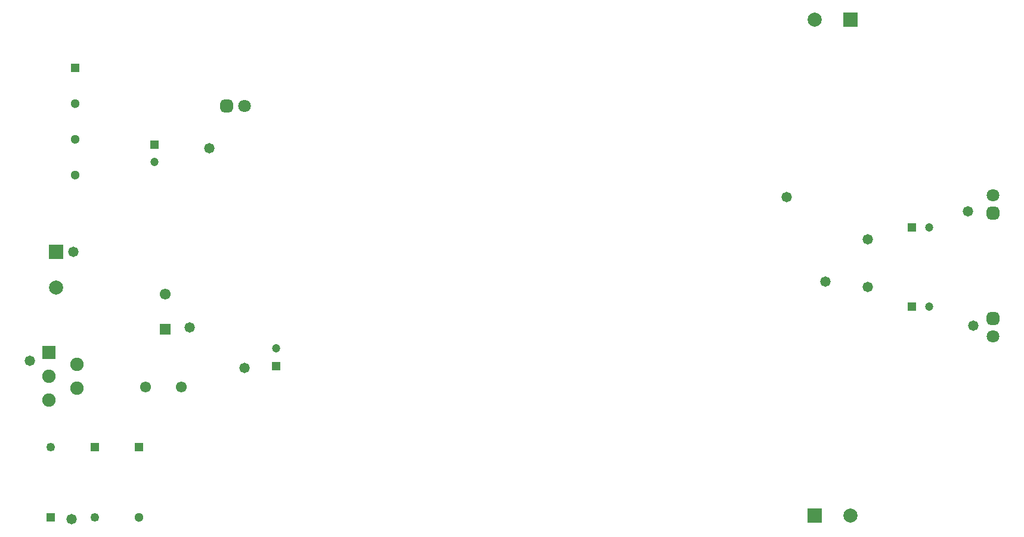
<source format=gbr>
%TF.GenerationSoftware,Altium Limited,Altium Designer,25.2.1 (25)*%
G04 Layer_Color=8388736*
%FSLAX45Y45*%
%MOMM*%
%TF.SameCoordinates,33AE00C6-E728-4630-B133-C83FF553AC26*%
%TF.FilePolarity,Negative*%
%TF.FileFunction,Soldermask,Top*%
%TF.Part,Single*%
G01*
G75*
%TA.AperFunction,ComponentPad*%
%ADD13R,1.20000X1.20000*%
%ADD14C,1.20000*%
%ADD23C,1.25000*%
%ADD24R,1.25000X1.25000*%
%ADD25R,1.20000X1.20000*%
%ADD26C,1.30000*%
%ADD27R,1.30000X1.30000*%
%ADD28R,1.30000X1.30000*%
%ADD29C,1.55000*%
%ADD30R,1.55000X1.55000*%
%ADD38C,1.55320*%
%ADD39C,1.90320*%
%ADD40R,1.90320X1.90320*%
%ADD41C,1.80320*%
G04:AMPARAMS|DCode=42|XSize=1.8032mm|YSize=1.8032mm|CornerRadius=0.5016mm|HoleSize=0mm|Usage=FLASHONLY|Rotation=0.000|XOffset=0mm|YOffset=0mm|HoleType=Round|Shape=RoundedRectangle|*
%AMROUNDEDRECTD42*
21,1,1.80320,0.80000,0,0,0.0*
21,1,0.80000,1.80320,0,0,0.0*
1,1,1.00320,0.40000,-0.40000*
1,1,1.00320,-0.40000,-0.40000*
1,1,1.00320,-0.40000,0.40000*
1,1,1.00320,0.40000,0.40000*
%
%ADD42ROUNDEDRECTD42*%
G04:AMPARAMS|DCode=43|XSize=1.8032mm|YSize=1.8032mm|CornerRadius=0.5016mm|HoleSize=0mm|Usage=FLASHONLY|Rotation=90.000|XOffset=0mm|YOffset=0mm|HoleType=Round|Shape=RoundedRectangle|*
%AMROUNDEDRECTD43*
21,1,1.80320,0.80000,0,0,90.0*
21,1,0.80000,1.80320,0,0,90.0*
1,1,1.00320,0.40000,0.40000*
1,1,1.00320,0.40000,-0.40000*
1,1,1.00320,-0.40000,-0.40000*
1,1,1.00320,-0.40000,0.40000*
%
%ADD43ROUNDEDRECTD43*%
%ADD44C,2.00320*%
%ADD45R,2.00320X2.00320*%
%ADD46R,2.00320X2.00320*%
%TA.AperFunction,ViaPad*%
%ADD47C,1.47320*%
D13*
X1950000Y5750000D02*
D03*
X3675000Y2600000D02*
D03*
D14*
X1950000Y5500000D02*
D03*
X12950000Y3450000D02*
D03*
Y4575000D02*
D03*
X3675000Y2850000D02*
D03*
D23*
X1100000Y450000D02*
D03*
X475000Y1450000D02*
D03*
D24*
X1100000D02*
D03*
X475000Y450000D02*
D03*
D25*
X12700000Y3450000D02*
D03*
Y4575000D02*
D03*
D26*
X825000Y5317000D02*
D03*
Y5825000D02*
D03*
Y6333000D02*
D03*
X1725000Y450000D02*
D03*
D27*
X825000Y6841000D02*
D03*
D28*
X1725000Y1450000D02*
D03*
D29*
X2100000Y3625000D02*
D03*
D30*
Y3125000D02*
D03*
D38*
X2325000Y2300000D02*
D03*
X1825000D02*
D03*
D39*
X450000Y2115000D02*
D03*
X850000Y2285000D02*
D03*
X450000Y2455000D02*
D03*
X850000Y2625000D02*
D03*
D40*
X450000Y2795000D02*
D03*
D41*
X3225000Y6300000D02*
D03*
X13850000Y5027000D02*
D03*
Y3023000D02*
D03*
D42*
X2971000Y6300000D02*
D03*
D43*
X13850000Y4773000D02*
D03*
Y3277000D02*
D03*
D44*
X550000Y3721000D02*
D03*
X11321000Y7525000D02*
D03*
X11825000Y475000D02*
D03*
D45*
X550000Y4229000D02*
D03*
D46*
X11829000Y7525000D02*
D03*
X11317000Y475000D02*
D03*
D47*
X13575000Y3175000D02*
D03*
X13500000Y4800000D02*
D03*
X800000Y4225000D02*
D03*
X3225000Y2575000D02*
D03*
X11475000Y3800000D02*
D03*
X10925000Y5000000D02*
D03*
X12075000Y4400000D02*
D03*
Y3725000D02*
D03*
X775000Y425000D02*
D03*
X175000Y2675000D02*
D03*
X2450000Y3150000D02*
D03*
X2725000Y5700000D02*
D03*
%TF.MD5,50e474d26d5b5795b37c3cadf7a6abfe*%
M02*

</source>
